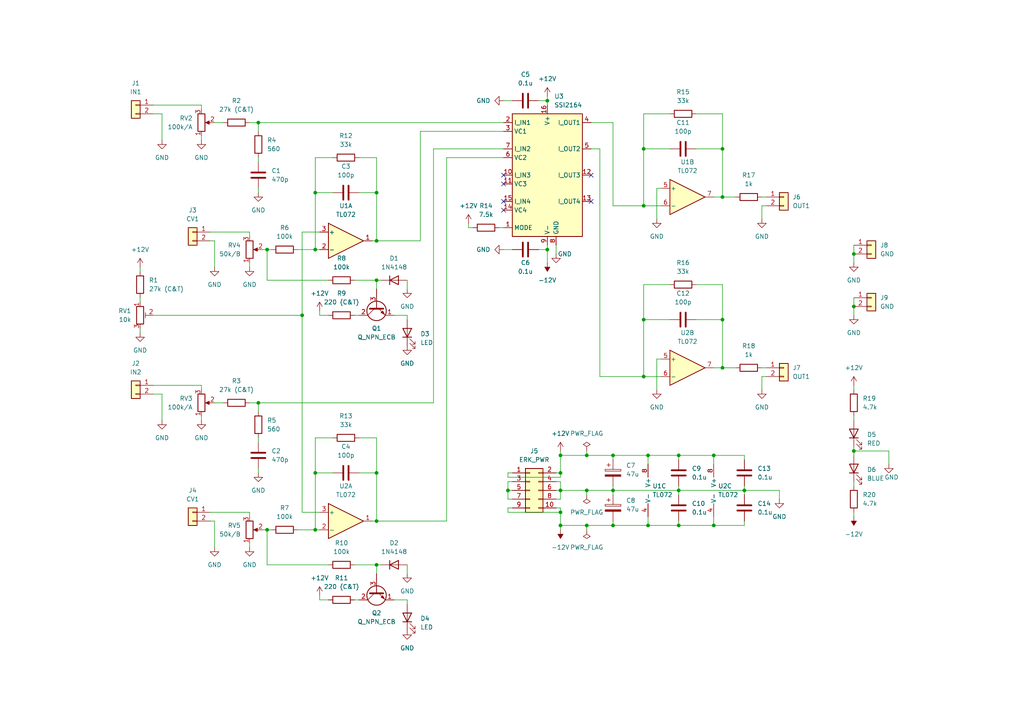
<source format=kicad_sch>
(kicad_sch (version 20211123) (generator eeschema)
  (paper "A4")
  (title_block (title "2164VCA") (date "2022-09-11") (rev "Ver. 1.0") (company "PNPN Manufactory"))
  (lib_symbols
    (symbol "Amplifier_Operational:TL072" (pin_names (offset 0.127))
      (property "Reference" "U" (at 0 5.08 0))
      (property "Value" "TL072" (at 0 -5.08 0))
      (symbol "TL072_1_1"
        (polyline (pts (xy -5.08 5.08) (xy 5.08 0) (xy -5.08 -5.08) (xy -5.08 5.08)) (stroke (width 0.254)) (fill (type background)))
        (pin output line (at 7.62 0 180) (length 2.54) (name "~") (number "1"))
        (pin input line (at -7.62 -2.54 0) (length 2.54) (name "-") (number "2"))
        (pin input line (at -7.62 2.54 0) (length 2.54) (name "+") (number "3"))
      )
      (symbol "TL072_2_1"
        (polyline (pts (xy -5.08 5.08) (xy 5.08 0) (xy -5.08 -5.08) (xy -5.08 5.08)) (stroke (width 0.254)) (fill (type background)))
        (pin input line (at -7.62 2.54 0) (length 2.54) (name "+") (number "5"))
        (pin input line (at -7.62 -2.54 0) (length 2.54) (name "-") (number "6"))
        (pin output line (at 7.62 0 180) (length 2.54) (name "~") (number "7"))
      )
      (symbol "TL072_3_1"
        (pin power_in line (at -2.54 -7.62 90) (length 3.81) (name "V-") (number "4"))
        (pin power_in line (at -2.54 7.62 270) (length 3.81) (name "V+") (number "8"))
      )
    )
    (symbol "Audio:SSI2164"
      (property "Reference" "U" (at -7.62 19.05 0))
      (property "Value" "SSI2164" (at 5.08 19.05 0))
      (symbol "SSI2164_0_1"
        (rectangle (start -10.16 17.78) (end 10.16 -17.78) (stroke (width 0.254)) (fill (type background)))
      )
      (symbol "SSI2164_1_1"
        (pin passive line (at -12.7 -15.24 0) (length 2.54) (name "MODE") (number "1"))
        (pin input line (at -12.7 0 0) (length 2.54) (name "I_IN3") (number "10"))
        (pin passive line (at -12.7 -2.54 0) (length 2.54) (name "VC3") (number "11"))
        (pin output line (at 12.7 0 180) (length 2.54) (name "I_OUT3") (number "12"))
        (pin output line (at 12.7 -7.62 180) (length 2.54) (name "I_OUT4") (number "13"))
        (pin passive line (at -12.7 -10.16 0) (length 2.54) (name "VC4") (number "14"))
        (pin input line (at -12.7 -7.62 0) (length 2.54) (name "I_IN4") (number "15"))
        (pin power_in line (at 0 20.32 270) (length 2.54) (name "V+") (number "16"))
        (pin input line (at -12.7 15.24 0) (length 2.54) (name "I_IN1") (number "2"))
        (pin passive line (at -12.7 12.7 0) (length 2.54) (name "VC1") (number "3"))
        (pin output line (at 12.7 15.24 180) (length 2.54) (name "I_OUT1") (number "4"))
        (pin output line (at 12.7 7.62 180) (length 2.54) (name "I_OUT2") (number "5"))
        (pin passive line (at -12.7 5.08 0) (length 2.54) (name "VC2") (number "6"))
        (pin input line (at -12.7 7.62 0) (length 2.54) (name "I_IN2") (number "7"))
        (pin power_in line (at 2.54 -20.32 90) (length 2.54) (name "GND") (number "8"))
        (pin power_in line (at 0 -20.32 90) (length 2.54) (name "V-") (number "9"))
      )
    )
    (symbol "Connector_Generic:Conn_01x02" (pin_names (offset 1.016) hide)
      (property "Reference" "J" (at 0 2.54 0))
      (property "Value" "Conn_01x02" (at 0 -5.08 0))
      (symbol "Conn_01x02_1_1"
        (rectangle (start -1.27 -2.413) (end 0 -2.667) (stroke (width 0.1524)))
        (rectangle (start -1.27 0.127) (end 0 -0.127) (stroke (width 0.1524)))
        (rectangle (start -1.27 1.27) (end 1.27 -3.81) (stroke (width 0.254)) (fill (type background)))
        (pin passive line (at -5.08 0 0) (length 3.81) (name "Pin_1") (number "1"))
        (pin passive line (at -5.08 -2.54 0) (length 3.81) (name "Pin_2") (number "2"))
      )
    )
    (symbol "Connector_Generic:Conn_02x05_Odd_Even" (pin_names (offset 1.016) hide)
      (property "Reference" "J" (at 1.27 7.62 0))
      (property "Value" "Conn_02x05_Odd_Even" (at 1.27 -7.62 0))
      (symbol "Conn_02x05_Odd_Even_1_1"
        (rectangle (start -1.27 -4.953) (end 0 -5.207) (stroke (width 0.1524)))
        (rectangle (start -1.27 -2.413) (end 0 -2.667) (stroke (width 0.1524)))
        (rectangle (start -1.27 0.127) (end 0 -0.127) (stroke (width 0.1524)))
        (rectangle (start -1.27 2.667) (end 0 2.413) (stroke (width 0.1524)))
        (rectangle (start -1.27 5.207) (end 0 4.953) (stroke (width 0.1524)))
        (rectangle (start -1.27 6.35) (end 3.81 -6.35) (stroke (width 0.254)) (fill (type background)))
        (rectangle (start 3.81 -4.953) (end 2.54 -5.207) (stroke (width 0.1524)))
        (rectangle (start 3.81 -2.413) (end 2.54 -2.667) (stroke (width 0.1524)))
        (rectangle (start 3.81 0.127) (end 2.54 -0.127) (stroke (width 0.1524)))
        (rectangle (start 3.81 2.667) (end 2.54 2.413) (stroke (width 0.1524)))
        (rectangle (start 3.81 5.207) (end 2.54 4.953) (stroke (width 0.1524)))
        (pin passive line (at -5.08 5.08 0) (length 3.81) (name "Pin_1") (number "1"))
        (pin passive line (at 7.62 -5.08 180) (length 3.81) (name "Pin_10") (number "10"))
        (pin passive line (at 7.62 5.08 180) (length 3.81) (name "Pin_2") (number "2"))
        (pin passive line (at -5.08 2.54 0) (length 3.81) (name "Pin_3") (number "3"))
        (pin passive line (at 7.62 2.54 180) (length 3.81) (name "Pin_4") (number "4"))
        (pin passive line (at -5.08 0 0) (length 3.81) (name "Pin_5") (number "5"))
        (pin passive line (at 7.62 0 180) (length 3.81) (name "Pin_6") (number "6"))
        (pin passive line (at -5.08 -2.54 0) (length 3.81) (name "Pin_7") (number "7"))
        (pin passive line (at 7.62 -2.54 180) (length 3.81) (name "Pin_8") (number "8"))
        (pin passive line (at -5.08 -5.08 0) (length 3.81) (name "Pin_9") (number "9"))
      )
    )
    (symbol "Device:C" (pin_numbers hide) (pin_names (offset 0.254))
      (property "Reference" "C" (at 0.635 2.54 0))
      (property "Value" "C" (at 0.635 -2.54 0))
      (symbol "C_0_1"
        (polyline (pts (xy -2.032 -0.762) (xy 2.032 -0.762)) (stroke (width 0.508)))
        (polyline (pts (xy -2.032 0.762) (xy 2.032 0.762)) (stroke (width 0.508)))
      )
      (symbol "C_1_1"
        (pin passive line (at 0 3.81 270) (length 2.794) (name "~") (number "1"))
        (pin passive line (at 0 -3.81 90) (length 2.794) (name "~") (number "2"))
      )
    )
    (symbol "Device:C_Polarized" (pin_numbers hide) (pin_names (offset 0.254))
      (property "Reference" "C" (at 0.635 2.54 0))
      (property "Value" "C_Polarized" (at 0.635 -2.54 0))
      (symbol "C_Polarized_0_1"
        (rectangle (start -2.286 0.508) (end 2.286 1.016))
        (polyline (pts (xy -1.778 2.286) (xy -0.762 2.286)))
        (polyline (pts (xy -1.27 2.794) (xy -1.27 1.778)))
        (rectangle (start 2.286 -0.508) (end -2.286 -1.016) (fill (type outline)))
      )
      (symbol "C_Polarized_1_1"
        (pin passive line (at 0 3.81 270) (length 2.794) (name "~") (number "1"))
        (pin passive line (at 0 -3.81 90) (length 2.794) (name "~") (number "2"))
      )
    )
    (symbol "Device:D" (pin_numbers hide) (pin_names (offset 1.016) hide)
      (property "Reference" "D" (at 0 2.54 0))
      (property "Value" "D" (at 0 -2.54 0))
      (symbol "D_0_1"
        (polyline (pts (xy -1.27 1.27) (xy -1.27 -1.27)) (stroke (width 0.254)))
        (polyline (pts (xy 1.27 0) (xy -1.27 0)))
        (polyline (pts (xy 1.27 1.27) (xy 1.27 -1.27) (xy -1.27 0) (xy 1.27 1.27)) (stroke (width 0.254)))
      )
      (symbol "D_1_1"
        (pin passive line (at -3.81 0 0) (length 2.54) (name "K") (number "1"))
        (pin passive line (at 3.81 0 180) (length 2.54) (name "A") (number "2"))
      )
    )
    (symbol "Device:LED" (pin_numbers hide) (pin_names (offset 1.016) hide)
      (property "Reference" "D" (at 0 2.54 0))
      (property "Value" "LED" (at 0 -2.54 0))
      (symbol "LED_0_1"
        (polyline (pts (xy -1.27 -1.27) (xy -1.27 1.27)) (stroke (width 0.254)))
        (polyline (pts (xy -1.27 0) (xy 1.27 0)))
        (polyline (pts (xy 1.27 -1.27) (xy 1.27 1.27) (xy -1.27 0) (xy 1.27 -1.27)) (stroke (width 0.254)))
        (polyline (pts (xy -3.048 -0.762) (xy -4.572 -2.286) (xy -3.81 -2.286) (xy -4.572 -2.286) (xy -4.572 -1.524)))
        (polyline (pts (xy -1.778 -0.762) (xy -3.302 -2.286) (xy -2.54 -2.286) (xy -3.302 -2.286) (xy -3.302 -1.524)))
      )
      (symbol "LED_1_1"
        (pin passive line (at -3.81 0 0) (length 2.54) (name "K") (number "1"))
        (pin passive line (at 3.81 0 180) (length 2.54) (name "A") (number "2"))
      )
    )
    (symbol "Device:Q_NPN_ECB" (pin_names (offset 0) hide)
      (property "Reference" "Q" (at 5.08 1.27 0))
      (property "Value" "Q_NPN_ECB" (at 5.08 -1.27 0))
      (symbol "Q_NPN_ECB_0_1"
        (polyline (pts (xy 0.635 0.635) (xy 2.54 2.54)))
        (polyline (pts (xy 0.635 -0.635) (xy 2.54 -2.54) (xy 2.54 -2.54)))
        (polyline (pts (xy 0.635 1.905) (xy 0.635 -1.905) (xy 0.635 -1.905)) (stroke (width 0.508)))
        (polyline (pts (xy 1.27 -1.778) (xy 1.778 -1.27) (xy 2.286 -2.286) (xy 1.27 -1.778) (xy 1.27 -1.778)) (fill (type outline)))
        (circle (center 1.27 0) (radius 2.8194) (stroke (width 0.254)))
      )
      (symbol "Q_NPN_ECB_1_1"
        (pin passive line (at 2.54 -5.08 90) (length 2.54) (name "E") (number "1"))
        (pin passive line (at 2.54 5.08 270) (length 2.54) (name "C") (number "2"))
        (pin passive line (at -5.08 0 0) (length 5.715) (name "B") (number "3"))
      )
    )
    (symbol "Device:R" (pin_numbers hide) (pin_names (offset 0))
      (property "Reference" "R" (at 2.032 0 90))
      (property "Value" "R" (at 0 0 90))
      (symbol "R_0_1"
        (rectangle (start -1.016 -2.54) (end 1.016 2.54) (stroke (width 0.254)))
      )
      (symbol "R_1_1"
        (pin passive line (at 0 3.81 270) (length 1.27) (name "~") (number "1"))
        (pin passive line (at 0 -3.81 90) (length 1.27) (name "~") (number "2"))
      )
    )
    (symbol "Device:R_Potentiometer" (pin_names (offset 1.016) hide)
      (property "Reference" "RV" (at -4.445 0 90))
      (property "Value" "R_Potentiometer" (at -2.54 0 90))
      (symbol "R_Potentiometer_0_1"
        (polyline (pts (xy 2.54 0) (xy 1.524 0)))
        (polyline (pts (xy 1.143 0) (xy 2.286 0.508) (xy 2.286 -0.508) (xy 1.143 0)) (fill (type outline)))
        (rectangle (start 1.016 2.54) (end -1.016 -2.54) (stroke (width 0.254)))
      )
      (symbol "R_Potentiometer_1_1"
        (pin passive line (at 0 3.81 270) (length 1.27) (name "1") (number "1"))
        (pin passive line (at 3.81 0 180) (length 1.27) (name "2") (number "2"))
        (pin passive line (at 0 -3.81 90) (length 1.27) (name "3") (number "3"))
      )
    )
    (symbol "Device:R_Potentiometer_Trim" (pin_names (offset 1.016) hide)
      (property "Reference" "RV" (at -4.445 0 90))
      (property "Value" "R_Potentiometer_Trim" (at -2.54 0 90))
      (symbol "R_Potentiometer_Trim_0_1"
        (polyline (pts (xy 1.524 0.762) (xy 1.524 -0.762)))
        (polyline (pts (xy 2.54 0) (xy 1.524 0)))
        (rectangle (start 1.016 2.54) (end -1.016 -2.54) (stroke (width 0.254)))
      )
      (symbol "R_Potentiometer_Trim_1_1"
        (pin passive line (at 0 3.81 270) (length 1.27) (name "1") (number "1"))
        (pin passive line (at 3.81 0 180) (length 1.27) (name "2") (number "2"))
        (pin passive line (at 0 -3.81 90) (length 1.27) (name "3") (number "3"))
      )
    )
    (symbol "power:+12V" (power) (pin_names (offset 0))
      (property "Value" "+12V" (at 0 3.556 0))
      (symbol "+12V_0_1"
        (polyline (pts (xy -0.762 1.27) (xy 0 2.54)))
        (polyline (pts (xy 0 0) (xy 0 2.54)))
        (polyline (pts (xy 0 2.54) (xy 0.762 1.27)))
      )
      (symbol "+12V_1_1"
        (pin power_in line (at 0 0 90) (length 0) hide (name "+12V") (number "1"))
      )
    )
    (symbol "power:-12V" (power) (pin_names (offset 0))
      (property "Value" "-12V" (at 0 3.81 0))
      (symbol "-12V_0_0"
        (pin power_in line (at 0 0 90) (length 0) hide (name "-12V") (number "1"))
      )
      (symbol "-12V_0_1"
        (polyline (pts (xy 0 0) (xy 0 1.27) (xy 0.762 1.27) (xy 0 2.54) (xy -0.762 1.27) (xy 0 1.27)) (fill (type outline)))
      )
    )
    (symbol "power:GND" (power) (pin_names (offset 0))
      (property "Value" "GND" (at 0 -3.81 0))
      (symbol "GND_0_1"
        (polyline (pts (xy 0 0) (xy 0 -1.27) (xy 1.27 -1.27) (xy 0 -2.54) (xy -1.27 -1.27) (xy 0 -1.27)))
      )
      (symbol "GND_1_1"
        (pin power_in line (at 0 0 270) (length 0) hide (name "GND") (number "1"))
      )
    )
    (symbol "power:PWR_FLAG" (power) (pin_numbers hide) (pin_names (offset 0) hide)
      (property "Value" "PWR_FLAG" (at 0 3.81 0))
      (symbol "PWR_FLAG_0_0"
        (pin power_out line (at 0 0 90) (length 0) (name "pwr") (number "1"))
      )
      (symbol "PWR_FLAG_0_1"
        (polyline (pts (xy 0 0) (xy 0 1.27) (xy -1.016 1.905) (xy 0 2.54) (xy 1.016 1.905) (xy 0 1.27)))
      )
    )
  )
  (junction (at 162.56 142.24))
  (junction (at 177.8 132.08))
  (junction (at 170.18 152.4))
  (junction (at 187.96 132.08))
  (junction (at 186.69 43.18))
  (junction (at 209.55 106.68))
  (junction (at 77.47 153.67))
  (junction (at 77.47 72.39))
  (junction (at 177.8 142.24))
  (junction (at 109.22 69.85))
  (junction (at 91.44 137.16))
  (junction (at 74.93 35.56))
  (junction (at 87.63 91.44))
  (junction (at 91.44 72.39))
  (junction (at 196.85 142.24))
  (junction (at 109.22 55.88))
  (junction (at 162.56 152.4))
  (junction (at 187.96 152.4))
  (junction (at 91.44 55.88))
  (junction (at 109.22 137.16))
  (junction (at 196.85 132.08))
  (junction (at 162.56 137.16))
  (junction (at 91.44 153.67))
  (junction (at 170.18 142.24))
  (junction (at 196.85 152.4))
  (junction (at 109.22 163.83))
  (junction (at 247.65 88.9))
  (junction (at 74.93 116.84))
  (junction (at 186.69 59.69))
  (junction (at 147.32 142.24))
  (junction (at 215.9 142.24))
  (junction (at 247.65 73.66))
  (junction (at 186.69 92.71))
  (junction (at 162.56 132.08))
  (junction (at 170.18 132.08))
  (junction (at 177.8 152.4))
  (junction (at 207.01 132.08))
  (junction (at 207.01 152.4))
  (junction (at 158.75 29.21))
  (junction (at 247.65 130.81))
  (junction (at 158.75 72.39))
  (junction (at 209.55 57.15))
  (junction (at 109.22 151.13))
  (junction (at 209.55 92.71))
  (junction (at 186.69 109.22))
  (junction (at 109.22 81.28))
  (junction (at 162.56 148.59))
  (junction (at 209.55 43.18))
  (no_connect (at 146.05 53.34))
  (no_connect (at 146.05 58.42))
  (no_connect (at 146.05 60.96))
  (no_connect (at 146.05 50.8))
  (no_connect (at 171.45 58.42))
  (no_connect (at 171.45 50.8))
  (wire (pts (xy 104.14 137.16) (xy 109.22 137.16)))
  (wire (pts (xy 186.69 92.71) (xy 186.69 82.55)))
  (wire (pts (xy 91.44 137.16) (xy 91.44 153.67)))
  (wire (pts (xy 177.8 151.13) (xy 177.8 152.4)))
  (wire (pts (xy 162.56 152.4) (xy 162.56 153.67)))
  (wire (pts (xy 186.69 59.69) (xy 186.69 43.18)))
  (wire (pts (xy 102.87 81.28) (xy 109.22 81.28)))
  (wire (pts (xy 58.42 120.65) (xy 58.42 121.92)))
  (wire (pts (xy 161.29 71.12) (xy 161.29 73.66)))
  (wire (pts (xy 121.92 69.85) (xy 121.92 38.1)))
  (wire (pts (xy 173.99 109.22) (xy 173.99 43.18)))
  (wire (pts (xy 121.92 38.1) (xy 146.05 38.1)))
  (wire (pts (xy 156.21 72.39) (xy 158.75 72.39)))
  (wire (pts (xy 147.32 138.43) (xy 162.56 138.43)))
  (wire (pts (xy 215.9 132.08) (xy 215.9 133.35)))
  (wire (pts (xy 196.85 152.4) (xy 207.01 152.4)))
  (wire (pts (xy 147.32 137.16) (xy 147.32 138.43)))
  (wire (pts (xy 201.93 33.02) (xy 209.55 33.02)))
  (wire (pts (xy 209.55 82.55) (xy 209.55 92.71)))
  (wire (pts (xy 162.56 148.59) (xy 162.56 147.32)))
  (wire (pts (xy 60.96 148.59) (xy 72.39 148.59)))
  (wire (pts (xy 191.77 59.69) (xy 186.69 59.69)))
  (wire (pts (xy 109.22 163.83) (xy 109.22 166.37)))
  (wire (pts (xy 109.22 81.28) (xy 109.22 83.82)))
  (wire (pts (xy 46.99 121.92) (xy 46.99 114.3)))
  (wire (pts (xy 104.14 45.72) (xy 109.22 45.72)))
  (wire (pts (xy 87.63 67.31) (xy 87.63 91.44)))
  (wire (pts (xy 201.93 43.18) (xy 209.55 43.18)))
  (wire (pts (xy 187.96 152.4) (xy 196.85 152.4)))
  (wire (pts (xy 74.93 116.84) (xy 125.73 116.84)))
  (wire (pts (xy 125.73 116.84) (xy 125.73 43.18)))
  (wire (pts (xy 77.47 163.83) (xy 95.25 163.83)))
  (wire (pts (xy 162.56 132.08) (xy 170.18 132.08)))
  (wire (pts (xy 170.18 142.24) (xy 170.18 143.51)))
  (wire (pts (xy 173.99 43.18) (xy 171.45 43.18)))
  (wire (pts (xy 91.44 153.67) (xy 92.71 153.67)))
  (wire (pts (xy 74.93 54.61) (xy 74.93 55.88)))
  (wire (pts (xy 220.98 57.15) (xy 222.25 57.15)))
  (wire (pts (xy 190.5 104.14) (xy 190.5 113.03)))
  (wire (pts (xy 162.56 142.24) (xy 162.56 144.78)))
  (wire (pts (xy 40.64 86.36) (xy 40.64 87.63)))
  (wire (pts (xy 109.22 137.16) (xy 109.22 151.13)))
  (wire (pts (xy 109.22 45.72) (xy 109.22 55.88)))
  (wire (pts (xy 220.98 109.22) (xy 222.25 109.22)))
  (wire (pts (xy 162.56 142.24) (xy 170.18 142.24)))
  (wire (pts (xy 170.18 142.24) (xy 177.8 142.24)))
  (wire (pts (xy 76.2 153.67) (xy 77.47 153.67)))
  (wire (pts (xy 102.87 173.99) (xy 104.14 173.99)))
  (wire (pts (xy 86.36 153.67) (xy 91.44 153.67)))
  (wire (pts (xy 77.47 153.67) (xy 78.74 153.67)))
  (wire (pts (xy 247.65 88.9) (xy 247.65 91.44)))
  (wire (pts (xy 177.8 140.97) (xy 177.8 142.24)))
  (wire (pts (xy 161.29 139.7) (xy 162.56 139.7)))
  (wire (pts (xy 148.59 137.16) (xy 147.32 137.16)))
  (wire (pts (xy 118.11 163.83) (xy 118.11 166.37)))
  (wire (pts (xy 40.64 77.47) (xy 40.64 78.74)))
  (wire (pts (xy 209.55 92.71) (xy 209.55 106.68)))
  (wire (pts (xy 74.93 135.89) (xy 74.93 137.16)))
  (wire (pts (xy 46.99 40.64) (xy 46.99 33.02)))
  (wire (pts (xy 158.75 72.39) (xy 158.75 76.2)))
  (wire (pts (xy 158.75 27.94) (xy 158.75 29.21)))
  (wire (pts (xy 247.65 130.81) (xy 257.81 130.81)))
  (wire (pts (xy 247.65 129.54) (xy 247.65 130.81)))
  (wire (pts (xy 209.55 106.68) (xy 213.36 106.68)))
  (wire (pts (xy 104.14 127) (xy 109.22 127)))
  (wire (pts (xy 60.96 67.31) (xy 72.39 67.31)))
  (wire (pts (xy 107.95 151.13) (xy 109.22 151.13)))
  (wire (pts (xy 247.65 71.12) (xy 247.65 73.66)))
  (wire (pts (xy 201.93 92.71) (xy 209.55 92.71)))
  (wire (pts (xy 109.22 55.88) (xy 109.22 69.85)))
  (wire (pts (xy 44.45 30.48) (xy 58.42 30.48)))
  (wire (pts (xy 247.65 111.76) (xy 247.65 113.03)))
  (wire (pts (xy 162.56 137.16) (xy 162.56 132.08)))
  (wire (pts (xy 147.32 147.32) (xy 147.32 148.59)))
  (wire (pts (xy 247.65 148.59) (xy 247.65 149.86)))
  (wire (pts (xy 207.01 106.68) (xy 209.55 106.68)))
  (wire (pts (xy 72.39 35.56) (xy 74.93 35.56)))
  (wire (pts (xy 95.25 173.99) (xy 92.71 173.99)))
  (wire (pts (xy 186.69 82.55) (xy 194.31 82.55)))
  (wire (pts (xy 215.9 142.24) (xy 196.85 142.24)))
  (wire (pts (xy 209.55 43.18) (xy 209.55 57.15)))
  (wire (pts (xy 109.22 69.85) (xy 121.92 69.85)))
  (wire (pts (xy 109.22 127) (xy 109.22 137.16)))
  (wire (pts (xy 129.54 151.13) (xy 129.54 45.72)))
  (wire (pts (xy 74.93 35.56) (xy 74.93 38.1)))
  (wire (pts (xy 170.18 130.81) (xy 170.18 132.08)))
  (wire (pts (xy 147.32 148.59) (xy 162.56 148.59)))
  (wire (pts (xy 177.8 152.4) (xy 187.96 152.4)))
  (wire (pts (xy 125.73 43.18) (xy 146.05 43.18)))
  (wire (pts (xy 91.44 72.39) (xy 92.71 72.39)))
  (wire (pts (xy 161.29 147.32) (xy 162.56 147.32)))
  (wire (pts (xy 247.65 120.65) (xy 247.65 121.92)))
  (wire (pts (xy 92.71 67.31) (xy 87.63 67.31)))
  (wire (pts (xy 162.56 130.81) (xy 162.56 132.08)))
  (wire (pts (xy 207.01 149.86) (xy 207.01 152.4)))
  (wire (pts (xy 87.63 91.44) (xy 87.63 148.59)))
  (wire (pts (xy 62.23 69.85) (xy 62.23 77.47)))
  (wire (pts (xy 72.39 76.2) (xy 72.39 77.47)))
  (wire (pts (xy 62.23 116.84) (xy 64.77 116.84)))
  (wire (pts (xy 207.01 152.4) (xy 215.9 152.4)))
  (wire (pts (xy 170.18 152.4) (xy 170.18 153.67)))
  (wire (pts (xy 95.25 91.44) (xy 92.71 91.44)))
  (wire (pts (xy 196.85 132.08) (xy 207.01 132.08)))
  (wire (pts (xy 170.18 152.4) (xy 177.8 152.4)))
  (wire (pts (xy 186.69 43.18) (xy 194.31 43.18)))
  (wire (pts (xy 207.01 132.08) (xy 207.01 134.62)))
  (wire (pts (xy 77.47 72.39) (xy 77.47 81.28)))
  (wire (pts (xy 44.45 33.02) (xy 46.99 33.02)))
  (wire (pts (xy 44.45 91.44) (xy 87.63 91.44)))
  (wire (pts (xy 58.42 111.76) (xy 58.42 113.03)))
  (wire (pts (xy 96.52 127) (xy 91.44 127)))
  (wire (pts (xy 201.93 82.55) (xy 209.55 82.55)))
  (wire (pts (xy 135.89 64.77) (xy 135.89 66.04)))
  (wire (pts (xy 186.69 43.18) (xy 186.69 33.02)))
  (wire (pts (xy 114.3 91.44) (xy 118.11 91.44)))
  (wire (pts (xy 74.93 116.84) (xy 74.93 119.38)))
  (wire (pts (xy 118.11 81.28) (xy 118.11 83.82)))
  (wire (pts (xy 40.64 95.25) (xy 40.64 96.52)))
  (wire (pts (xy 257.81 130.81) (xy 257.81 134.62)))
  (wire (pts (xy 60.96 69.85) (xy 62.23 69.85)))
  (wire (pts (xy 220.98 63.5) (xy 220.98 59.69)))
  (wire (pts (xy 191.77 54.61) (xy 190.5 54.61)))
  (wire (pts (xy 220.98 59.69) (xy 222.25 59.69)))
  (wire (pts (xy 177.8 59.69) (xy 186.69 59.69)))
  (wire (pts (xy 247.65 130.81) (xy 247.65 132.08)))
  (wire (pts (xy 147.32 142.24) (xy 148.59 142.24)))
  (wire (pts (xy 156.21 29.21) (xy 158.75 29.21)))
  (wire (pts (xy 77.47 153.67) (xy 77.47 163.83)))
  (wire (pts (xy 207.01 57.15) (xy 209.55 57.15)))
  (wire (pts (xy 74.93 127) (xy 74.93 128.27)))
  (wire (pts (xy 92.71 148.59) (xy 87.63 148.59)))
  (wire (pts (xy 162.56 152.4) (xy 170.18 152.4)))
  (wire (pts (xy 74.93 35.56) (xy 146.05 35.56)))
  (wire (pts (xy 72.39 67.31) (xy 72.39 68.58)))
  (wire (pts (xy 162.56 148.59) (xy 162.56 152.4)))
  (wire (pts (xy 161.29 137.16) (xy 162.56 137.16)))
  (wire (pts (xy 129.54 45.72) (xy 146.05 45.72)))
  (wire (pts (xy 72.39 157.48) (xy 72.39 158.75)))
  (wire (pts (xy 186.69 109.22) (xy 173.99 109.22)))
  (wire (pts (xy 226.06 142.24) (xy 226.06 144.78)))
  (wire (pts (xy 209.55 57.15) (xy 213.36 57.15)))
  (wire (pts (xy 144.78 66.04) (xy 146.05 66.04)))
  (wire (pts (xy 96.52 55.88) (xy 91.44 55.88)))
  (wire (pts (xy 72.39 148.59) (xy 72.39 149.86)))
  (wire (pts (xy 104.14 55.88) (xy 109.22 55.88)))
  (wire (pts (xy 146.05 29.21) (xy 148.59 29.21)))
  (wire (pts (xy 109.22 151.13) (xy 129.54 151.13)))
  (wire (pts (xy 58.42 39.37) (xy 58.42 40.64)))
  (wire (pts (xy 96.52 137.16) (xy 91.44 137.16)))
  (wire (pts (xy 76.2 72.39) (xy 77.47 72.39)))
  (wire (pts (xy 170.18 132.08) (xy 177.8 132.08)))
  (wire (pts (xy 60.96 151.13) (xy 62.23 151.13)))
  (wire (pts (xy 96.52 45.72) (xy 91.44 45.72)))
  (wire (pts (xy 77.47 81.28) (xy 95.25 81.28)))
  (wire (pts (xy 118.11 173.99) (xy 118.11 175.26)))
  (wire (pts (xy 220.98 106.68) (xy 222.25 106.68)))
  (wire (pts (xy 137.16 66.04) (xy 135.89 66.04)))
  (wire (pts (xy 196.85 132.08) (xy 196.85 133.35)))
  (wire (pts (xy 186.69 109.22) (xy 186.69 92.71)))
  (wire (pts (xy 196.85 142.24) (xy 177.8 142.24)))
  (wire (pts (xy 44.45 111.76) (xy 58.42 111.76)))
  (wire (pts (xy 109.22 163.83) (xy 110.49 163.83)))
  (wire (pts (xy 177.8 142.24) (xy 177.8 143.51)))
  (wire (pts (xy 247.65 73.66) (xy 247.65 76.2)))
  (wire (pts (xy 220.98 113.03) (xy 220.98 109.22)))
  (wire (pts (xy 161.29 144.78) (xy 162.56 144.78)))
  (wire (pts (xy 247.65 139.7) (xy 247.65 140.97)))
  (wire (pts (xy 74.93 45.72) (xy 74.93 46.99)))
  (wire (pts (xy 162.56 138.43) (xy 162.56 137.16)))
  (wire (pts (xy 186.69 92.71) (xy 194.31 92.71)))
  (wire (pts (xy 92.71 172.72) (xy 92.71 173.99)))
  (wire (pts (xy 187.96 132.08) (xy 187.96 134.62)))
  (wire (pts (xy 190.5 54.61) (xy 190.5 63.5)))
  (wire (pts (xy 191.77 104.14) (xy 190.5 104.14)))
  (wire (pts (xy 102.87 91.44) (xy 104.14 91.44)))
  (wire (pts (xy 171.45 35.56) (xy 177.8 35.56)))
  (wire (pts (xy 161.29 142.24) (xy 162.56 142.24)))
  (wire (pts (xy 91.44 55.88) (xy 91.44 72.39)))
  (wire (pts (xy 207.01 132.08) (xy 215.9 132.08)))
  (wire (pts (xy 62.23 151.13) (xy 62.23 158.75)))
  (wire (pts (xy 196.85 142.24) (xy 196.85 143.51)))
  (wire (pts (xy 215.9 142.24) (xy 226.06 142.24)))
  (wire (pts (xy 147.32 142.24) (xy 147.32 144.78)))
  (wire (pts (xy 148.59 139.7) (xy 147.32 139.7)))
  (wire (pts (xy 107.95 69.85) (xy 109.22 69.85)))
  (wire (pts (xy 77.47 72.39) (xy 78.74 72.39)))
  (wire (pts (xy 86.36 72.39) (xy 91.44 72.39)))
  (wire (pts (xy 158.75 71.12) (xy 158.75 72.39)))
  (wire (pts (xy 102.87 163.83) (xy 109.22 163.83)))
  (wire (pts (xy 191.77 109.22) (xy 186.69 109.22)))
  (wire (pts (xy 186.69 33.02) (xy 194.31 33.02)))
  (wire (pts (xy 147.32 139.7) (xy 147.32 142.24)))
  (wire (pts (xy 215.9 151.13) (xy 215.9 152.4)))
  (wire (pts (xy 148.59 147.32) (xy 147.32 147.32)))
  (wire (pts (xy 147.32 144.78) (xy 148.59 144.78)))
  (wire (pts (xy 177.8 132.08) (xy 177.8 133.35)))
  (wire (pts (xy 146.05 72.39) (xy 148.59 72.39)))
  (wire (pts (xy 109.22 81.28) (xy 110.49 81.28)))
  (wire (pts (xy 72.39 116.84) (xy 74.93 116.84)))
  (wire (pts (xy 114.3 173.99) (xy 118.11 173.99)))
  (wire (pts (xy 177.8 132.08) (xy 187.96 132.08)))
  (wire (pts (xy 209.55 33.02) (xy 209.55 43.18)))
  (wire (pts (xy 247.65 86.36) (xy 247.65 88.9)))
  (wire (pts (xy 215.9 142.24) (xy 215.9 143.51)))
  (wire (pts (xy 177.8 35.56) (xy 177.8 59.69)))
  (wire (pts (xy 196.85 140.97) (xy 196.85 142.24)))
  (wire (pts (xy 215.9 140.97) (xy 215.9 142.24)))
  (wire (pts (xy 187.96 132.08) (xy 196.85 132.08)))
  (wire (pts (xy 91.44 127) (xy 91.44 137.16)))
  (wire (pts (xy 158.75 29.21) (xy 158.75 30.48)))
  (wire (pts (xy 196.85 151.13) (xy 196.85 152.4)))
  (wire (pts (xy 91.44 45.72) (xy 91.44 55.88)))
  (wire (pts (xy 44.45 114.3) (xy 46.99 114.3)))
  (wire (pts (xy 92.71 90.17) (xy 92.71 91.44)))
  (wire (pts (xy 118.11 91.44) (xy 118.11 92.71)))
  (wire (pts (xy 58.42 30.48) (xy 58.42 31.75)))
  (wire (pts (xy 187.96 149.86) (xy 187.96 152.4)))
  (wire (pts (xy 62.23 35.56) (xy 64.77 35.56)))
  (wire (pts (xy 162.56 139.7) (xy 162.56 142.24)))
  (symbol (lib_id "Device:R") (at 140.97 66.04 90) (unit 1)
    (property "Reference" "R14" (at 140.97 59.69 90))
    (property "Value" "7.5k" (at 140.97 62.23 90))
    (property "Footprint" "Resistor_THT:R_Axial_DIN0207_L6.3mm_D2.5mm_P10.16mm_Horizontal" (effects hide))
  )
  (symbol (lib_id "Device:LED") (at 118.11 179.07 90) (unit 1)
    (property "Reference" "D4" (at 121.92 179.3874 90) (effects (justify right)))
    (property "Value" "LED" (at 121.92 181.9274 90) (effects (justify right)))
  )
  (symbol (lib_id "Connector_Generic:Conn_01x02") (at 39.37 30.48 0) (mirror y) (unit 1)
    (property "Reference" "J1" (at 39.37 24.13 0))
    (property "Value" "IN1" (at 39.37 26.67 0))
  )
  (symbol (lib_id "power:+12V") (at 40.64 77.47 0) (unit 1)
    (property "Reference" "#PWR01" (effects hide))
    (property "Value" "+12V" (at 40.64 72.39 0))
  )
  (symbol (lib_id "Device:D") (at 114.3 81.28 0) (unit 1)
    (property "Reference" "D1" (at 114.3 74.93 0))
    (property "Value" "1N4148" (at 114.3 77.47 0))
    (property "Footprint" "Diode_THT:D_DO-34_SOD68_P10.16mm_Horizontal" (effects hide))
  )
  (symbol (lib_id "Device:R") (at 68.58 35.56 90) (unit 1)
    (property "Reference" "R2" (at 68.58 29.21 90))
    (property "Value" "27k (C&T)" (at 68.58 31.75 90))
    (property "Footprint" "Resistor_THT:R_Axial_DIN0207_L6.3mm_D2.5mm_P10.16mm_Horizontal" (effects hide))
  )
  (symbol (lib_id "Connector_Generic:Conn_01x02") (at 252.73 86.36 0) (unit 1)
    (property "Reference" "J9" (at 255.27 86.3599 0) (effects (justify left)))
    (property "Value" "GND" (at 255.27 88.8999 0) (effects (justify left)))
    (property "Footprint" "Connector_PinHeader_2.54mm:PinHeader_1x02_P2.54mm_Vertical" (effects hide))
  )
  (symbol (lib_id "Device:R") (at 198.12 82.55 90) (unit 1)
    (property "Reference" "R16" (at 198.12 76.2 90))
    (property "Value" "33k" (at 198.12 78.74 90))
    (property "Footprint" "Resistor_THT:R_Axial_DIN0207_L6.3mm_D2.5mm_P10.16mm_Horizontal" (effects hide))
  )
  (symbol (lib_id "Device:R") (at 247.65 116.84 0) (unit 1)
    (property "Reference" "R19" (at 250.19 115.5699 0) (effects (justify left)))
    (property "Value" "4.7k" (at 250.19 118.1099 0) (effects (justify left)))
    (property "Footprint" "Resistor_THT:R_Axial_DIN0207_L6.3mm_D2.5mm_P10.16mm_Horizontal" (effects hide))
  )
  (symbol (lib_id "power:PWR_FLAG") (at 170.18 130.81 0) (unit 1)
    (property "Reference" "#FLG01" (effects hide))
    (property "Value" "PWR_FLAG" (at 170.18 125.73 0))
  )
  (symbol (lib_id "power:GND") (at 220.98 113.03 0) (unit 1)
    (property "Reference" "#PWR030" (effects hide))
    (property "Value" "GND" (at 220.98 118.11 0))
  )
  (symbol (lib_id "Amplifier_Operational:TL072") (at 199.39 106.68 0) (unit 2)
    (property "Reference" "U2" (at 199.39 96.52 0))
    (property "Value" "TL072" (at 199.39 99.06 0))
    (property "Datasheet" "http://www.ti.com/lit/ds/symlink/tl071.pdf" (effects hide))
  )
  (symbol (lib_id "power:GND") (at 118.11 182.88 0) (unit 1)
    (property "Reference" "#PWR018" (effects hide))
    (property "Value" "GND" (at 118.11 187.96 0))
  )
  (symbol (lib_id "Device:R_Potentiometer") (at 58.42 35.56 0) (mirror x) (unit 1)
    (property "Reference" "RV2" (at 55.88 34.2899 0) (effects (justify right)))
    (property "Value" "100k/A" (at 55.88 36.8299 0) (effects (justify right)))
  )
  (symbol (lib_id "power:GND") (at 40.64 96.52 0) (unit 1)
    (property "Reference" "#PWR02" (effects hide))
    (property "Value" "GND" (at 40.64 101.6 0))
  )
  (symbol (lib_id "Device:R") (at 217.17 57.15 90) (unit 1)
    (property "Reference" "R17" (at 217.17 50.8 90))
    (property "Value" "1k" (at 217.17 53.34 90))
    (property "Footprint" "Resistor_THT:R_Axial_DIN0207_L6.3mm_D2.5mm_P10.16mm_Horizontal" (effects hide))
  )
  (symbol (lib_id "Device:R") (at 198.12 33.02 90) (unit 1)
    (property "Reference" "R15" (at 198.12 26.67 90))
    (property "Value" "33k" (at 198.12 29.21 90))
    (property "Footprint" "Resistor_THT:R_Axial_DIN0207_L6.3mm_D2.5mm_P10.16mm_Horizontal" (effects hide))
  )
  (symbol (lib_id "power:GND") (at 72.39 77.47 0) (unit 1)
    (property "Reference" "#PWR09" (effects hide))
    (property "Value" "GND" (at 72.39 82.55 0))
  )
  (symbol (lib_id "power:GND") (at 72.39 158.75 0) (unit 1)
    (property "Reference" "#PWR010" (effects hide))
    (property "Value" "GND" (at 72.39 163.83 0))
  )
  (symbol (lib_id "Device:R_Potentiometer") (at 72.39 72.39 0) (mirror x) (unit 1)
    (property "Reference" "RV4" (at 69.85 71.1199 0) (effects (justify right)))
    (property "Value" "50k/B" (at 69.85 73.6599 0) (effects (justify right)))
  )
  (symbol (lib_id "Device:R_Potentiometer") (at 72.39 153.67 0) (mirror x) (unit 1)
    (property "Reference" "RV5" (at 69.85 152.3999 0) (effects (justify right)))
    (property "Value" "50k/B" (at 69.85 154.9399 0) (effects (justify right)))
  )
  (symbol (lib_id "power:GND") (at 118.11 83.82 0) (unit 1)
    (property "Reference" "#PWR015" (effects hide))
    (property "Value" "GND" (at 118.11 88.9 0))
  )
  (symbol (lib_id "Device:C") (at 74.93 132.08 0) (unit 1)
    (property "Reference" "C2" (at 78.74 130.8099 0) (effects (justify left)))
    (property "Value" "470p" (at 78.74 133.3499 0) (effects (justify left)))
    (property "Footprint" "Capacitor_THT:C_Rect_L7.0mm_W2.5mm_P5.00mm" (effects hide))
  )
  (symbol (lib_id "Amplifier_Operational:TL072") (at 100.33 151.13 0) (unit 1)
    (property "Reference" "U2" (at 100.33 140.97 0))
    (property "Value" "TL072" (at 100.33 143.51 0))
    (property "Datasheet" "http://www.ti.com/lit/ds/symlink/tl071.pdf" (effects hide))
  )
  (symbol (lib_id "power:-12V") (at 247.65 149.86 180) (unit 1)
    (property "Reference" "#PWR035" (effects hide))
    (property "Value" "-12V" (at 247.65 154.94 0))
  )
  (symbol (lib_id "power:GND") (at 118.11 166.37 0) (unit 1)
    (property "Reference" "#PWR017" (effects hide))
    (property "Value" "GND" (at 118.11 171.45 0))
  )
  (symbol (lib_id "power:PWR_FLAG") (at 170.18 143.51 180) (unit 1)
    (property "Reference" "#FLG02" (effects hide))
    (property "Value" "PWR_FLAG" (at 170.18 148.59 0))
  )
  (symbol (lib_id "power:GND") (at 247.65 91.44 0) (unit 1)
    (property "Reference" "#PWR033" (effects hide))
    (property "Value" "GND" (at 247.65 96.52 0))
  )
  (symbol (lib_id "Connector_Generic:Conn_01x02") (at 227.33 57.15 0) (unit 1)
    (property "Reference" "J6" (at 229.87 57.1499 0) (effects (justify left)))
    (property "Value" "OUT1" (at 229.87 59.6899 0) (effects (justify left)))
  )
  (symbol (lib_id "Connector_Generic:Conn_01x02") (at 55.88 67.31 0) (mirror y) (unit 1)
    (property "Reference" "J3" (at 55.88 60.96 0))
    (property "Value" "CV1" (at 55.88 63.5 0))
  )
  (symbol (lib_id "power:GND") (at 146.05 72.39 270) (unit 1)
    (property "Reference" "#PWR021" (effects hide))
    (property "Value" "GND" (at 142.24 72.3899 90) (effects (justify right)))
  )
  (symbol (lib_id "power:GND") (at 118.11 100.33 0) (unit 1)
    (property "Reference" "#PWR016" (effects hide))
    (property "Value" "GND" (at 118.11 105.41 0))
  )
  (symbol (lib_id "Device:Q_NPN_ECB") (at 109.22 171.45 90) (mirror x) (unit 1)
    (property "Reference" "Q2" (at 109.22 177.8 90))
    (property "Value" "Q_NPN_ECB" (at 109.22 180.34 90))
  )
  (symbol (lib_id "Amplifier_Operational:TL072") (at 199.39 57.15 0) (unit 2)
    (property "Reference" "U1" (at 199.39 46.99 0))
    (property "Value" "TL072" (at 199.39 49.53 0))
    (property "Datasheet" "http://www.ti.com/lit/ds/symlink/tl071.pdf" (effects hide))
  )
  (symbol (lib_id "Device:R_Potentiometer") (at 58.42 116.84 0) (mirror x) (unit 1)
    (property "Reference" "RV3" (at 55.88 115.5699 0) (effects (justify right)))
    (property "Value" "100k/A" (at 55.88 118.1099 0) (effects (justify right)))
  )
  (symbol (lib_id "Device:C") (at 74.93 50.8 0) (unit 1)
    (property "Reference" "C1" (at 78.74 49.5299 0) (effects (justify left)))
    (property "Value" "470p" (at 78.74 52.0699 0) (effects (justify left)))
    (property "Footprint" "Capacitor_THT:C_Rect_L7.0mm_W2.5mm_P5.00mm" (effects hide))
  )
  (symbol (lib_id "power:GND") (at 161.29 73.66 0) (unit 1)
    (property "Reference" "#PWR024" (effects hide))
    (property "Value" "GND" (at 163.83 73.66 0))
  )
  (symbol (lib_id "power:GND") (at 46.99 40.64 0) (unit 1)
    (property "Reference" "#PWR03" (effects hide))
    (property "Value" "GND" (at 46.99 45.72 0))
  )
  (symbol (lib_id "Device:LED") (at 118.11 96.52 90) (unit 1)
    (property "Reference" "D3" (at 121.92 96.8374 90) (effects (justify right)))
    (property "Value" "LED" (at 121.92 99.3774 90) (effects (justify right)))
  )
  (symbol (lib_id "Device:R") (at 99.06 163.83 90) (unit 1)
    (property "Reference" "R10" (at 99.06 157.48 90))
    (property "Value" "100k" (at 99.06 160.02 90))
    (property "Footprint" "Resistor_THT:R_Axial_DIN0207_L6.3mm_D2.5mm_P10.16mm_Horizontal" (effects hide))
  )
  (symbol (lib_id "Device:Q_NPN_ECB") (at 109.22 88.9 90) (mirror x) (unit 1)
    (property "Reference" "Q1" (at 109.22 95.25 90))
    (property "Value" "Q_NPN_ECB" (at 109.22 97.79 90))
  )
  (symbol (lib_id "Audio:SSI2164") (at 158.75 50.8 0) (unit 1)
    (property "Reference" "U3" (at 160.7694 27.94 0) (effects (justify left)))
    (property "Value" "SSI2164" (at 160.7694 30.48 0) (effects (justify left)))
    (property "Footprint" "Package_SO:SOIC-16_3.9x9.9mm_P1.27mm" (effects hide))
    (property "Datasheet" "http://www.soundsemiconductor.com/downloads/ssi2164datasheet.pdf" (effects hide))
  )
  (symbol (lib_id "Connector_Generic:Conn_01x02") (at 227.33 106.68 0) (unit 1)
    (property "Reference" "J7" (at 229.87 106.6799 0) (effects (justify left)))
    (property "Value" "OUT1" (at 229.87 109.2199 0) (effects (justify left)))
  )
  (symbol (lib_id "power:GND") (at 247.65 76.2 0) (unit 1)
    (property "Reference" "#PWR032" (effects hide))
    (property "Value" "GND" (at 247.65 81.28 0))
  )
  (symbol (lib_id "power:GND") (at 74.93 137.16 0) (unit 1)
    (property "Reference" "#PWR012" (effects hide))
    (property "Value" "GND" (at 74.93 142.24 0))
  )
  (symbol (lib_id "power:+12V") (at 247.65 111.76 0) (unit 1)
    (property "Reference" "#PWR034" (effects hide))
    (property "Value" "+12V" (at 247.65 106.68 0))
  )
  (symbol (lib_id "Device:C") (at 100.33 55.88 90) (unit 1)
    (property "Reference" "C3" (at 100.33 48.26 90))
    (property "Value" "100p" (at 100.33 50.8 90))
    (property "Footprint" "Capacitor_THT:C_Rect_L7.0mm_W3.5mm_P5.00mm" (effects hide))
  )
  (symbol (lib_id "Device:R") (at 99.06 173.99 90) (unit 1)
    (property "Reference" "R11" (at 99.06 167.64 90))
    (property "Value" "220 (C&T)" (at 99.06 170.18 90))
    (property "Footprint" "Resistor_THT:R_Axial_DIN0207_L6.3mm_D2.5mm_P10.16mm_Horizontal" (effects hide))
  )
  (symbol (lib_id "Connector_Generic:Conn_01x02") (at 39.37 111.76 0) (mirror y) (unit 1)
    (property "Reference" "J2" (at 39.37 105.41 0))
    (property "Value" "IN2" (at 39.37 107.95 0))
  )
  (symbol (lib_id "power:+12V") (at 92.71 90.17 0) (unit 1)
    (property "Reference" "#PWR013" (effects hide))
    (property "Value" "+12V" (at 92.71 85.09 0))
  )
  (symbol (lib_id "power:GND") (at 190.5 113.03 0) (unit 1)
    (property "Reference" "#PWR028" (effects hide))
    (property "Value" "GND" (at 190.5 118.11 0))
  )
  (symbol (lib_id "Amplifier_Operational:TL072") (at 190.5 142.24 0) (unit 3)
    (property "Reference" "U1" (at 189.23 140.9699 0) (effects (justify left)))
    (property "Value" "TL072" (at 189.23 143.5099 0) (effects (justify left)))
    (property "Datasheet" "http://www.ti.com/lit/ds/symlink/tl071.pdf" (effects hide))
  )
  (symbol (lib_id "Device:R") (at 40.64 82.55 0) (mirror y) (unit 1)
    (property "Reference" "R1" (at 43.18 81.2799 0) (effects (justify right)))
    (property "Value" "27k (C&T)" (at 43.18 83.8199 0) (effects (justify right)))
    (property "Footprint" "Resistor_THT:R_Axial_DIN0207_L6.3mm_D2.5mm_P10.16mm_Horizontal" (effects hide))
  )
  (symbol (lib_id "Device:R") (at 74.93 123.19 180) (unit 1)
    (property "Reference" "R5" (at 77.47 121.9199 0) (effects (justify right)))
    (property "Value" "560" (at 77.47 124.4599 0) (effects (justify right)))
    (property "Footprint" "Resistor_THT:R_Axial_DIN0207_L6.3mm_D2.5mm_P10.16mm_Horizontal" (effects hide))
  )
  (symbol (lib_id "power:GND") (at 46.99 121.92 0) (unit 1)
    (property "Reference" "#PWR04" (effects hide))
    (property "Value" "GND" (at 46.99 127 0))
  )
  (symbol (lib_id "power:-12V") (at 158.75 76.2 180) (unit 1)
    (property "Reference" "#PWR023" (effects hide))
    (property "Value" "-12V" (at 158.75 81.28 0))
  )
  (symbol (lib_id "power:PWR_FLAG") (at 170.18 153.67 180) (unit 1)
    (property "Reference" "#FLG03" (effects hide))
    (property "Value" "PWR_FLAG" (at 170.18 158.75 0))
  )
  (symbol (lib_id "Connector_Generic:Conn_02x05_Odd_Even") (at 153.67 142.24 0) (unit 1)
    (property "Reference" "J5" (at 154.94 130.81 0))
    (property "Value" "ERK_PWR" (at 154.94 133.35 0))
    (property "Footprint" "Connector_IDC:IDC-Header_2x05_P2.54mm_Vertical" (effects hide))
  )
  (symbol (lib_id "Connector_Generic:Conn_01x02") (at 55.88 148.59 0) (mirror y) (unit 1)
    (property "Reference" "J4" (at 55.88 142.24 0))
    (property "Value" "CV1" (at 55.88 144.78 0))
  )
  (symbol (lib_id "Device:R") (at 82.55 153.67 270) (unit 1)
    (property "Reference" "R7" (at 82.55 147.32 90))
    (property "Value" "100k" (at 82.55 149.86 90))
    (property "Footprint" "Resistor_THT:R_Axial_DIN0207_L6.3mm_D2.5mm_P10.16mm_Horizontal" (effects hide))
  )
  (symbol (lib_id "Device:R") (at 247.65 144.78 0) (unit 1)
    (property "Reference" "R20" (at 250.19 143.5099 0) (effects (justify left)))
    (property "Value" "4.7k" (at 250.19 146.0499 0) (effects (justify left)))
    (property "Footprint" "Resistor_THT:R_Axial_DIN0207_L6.3mm_D2.5mm_P10.16mm_Horizontal" (effects hide))
  )
  (symbol (lib_id "Amplifier_Operational:TL072") (at 209.55 142.24 0) (unit 3)
    (property "Reference" "U2" (at 208.28 140.9699 0) (effects (justify left)))
    (property "Value" "TL072" (at 208.28 143.5099 0) (effects (justify left)))
    (property "Datasheet" "http://www.ti.com/lit/ds/symlink/tl071.pdf" (effects hide))
  )
  (symbol (lib_id "Device:R") (at 82.55 72.39 270) (unit 1)
    (property "Reference" "R6" (at 82.55 66.04 90))
    (property "Value" "100k" (at 82.55 68.58 90))
    (property "Footprint" "Resistor_THT:R_Axial_DIN0207_L6.3mm_D2.5mm_P10.16mm_Horizontal" (effects hide))
  )
  (symbol (lib_id "power:GND") (at 62.23 77.47 0) (unit 1)
    (property "Reference" "#PWR07" (effects hide))
    (property "Value" "GND" (at 62.23 82.55 0))
  )
  (symbol (lib_id "power:+12V") (at 135.89 64.77 0) (unit 1)
    (property "Reference" "#PWR019" (effects hide))
    (property "Value" "+12V" (at 135.89 59.69 0))
  )
  (symbol (lib_id "power:GND") (at 74.93 55.88 0) (unit 1)
    (property "Reference" "#PWR011" (effects hide))
    (property "Value" "GND" (at 74.93 60.96 0))
  )
  (symbol (lib_id "power:GND") (at 58.42 40.64 0) (unit 1)
    (property "Reference" "#PWR05" (effects hide))
    (property "Value" "GND" (at 58.42 45.72 0))
  )
  (symbol (lib_id "Connector_Generic:Conn_01x02") (at 252.73 71.12 0) (unit 1)
    (property "Reference" "J8" (at 255.27 71.1199 0) (effects (justify left)))
    (property "Value" "GND" (at 255.27 73.6599 0) (effects (justify left)))
    (property "Footprint" "Connector_PinHeader_2.54mm:PinHeader_1x02_P2.54mm_Vertical" (effects hide))
  )
  (symbol (lib_id "Device:D") (at 114.3 163.83 0) (unit 1)
    (property "Reference" "D2" (at 114.3 157.48 0))
    (property "Value" "1N4148" (at 114.3 160.02 0))
    (property "Footprint" "Diode_THT:D_DO-34_SOD68_P10.16mm_Horizontal" (effects hide))
  )
  (symbol (lib_id "Device:C") (at 198.12 92.71 90) (unit 1)
    (property "Reference" "C12" (at 198.12 85.09 90))
    (property "Value" "100p" (at 198.12 87.63 90))
    (property "Footprint" "Capacitor_THT:C_Rect_L7.0mm_W3.5mm_P5.00mm" (effects hide))
  )
  (symbol (lib_id "Device:C") (at 152.4 29.21 90) (unit 1)
    (property "Reference" "C5" (at 152.4 21.59 90))
    (property "Value" "0.1u" (at 152.4 24.13 90))
    (property "Footprint" "Capacitor_THT:C_Disc_D3.0mm_W1.6mm_P2.50mm" (effects hide))
  )
  (symbol (lib_id "Device:C") (at 100.33 137.16 90) (unit 1)
    (property "Reference" "C4" (at 100.33 129.54 90))
    (property "Value" "100p" (at 100.33 132.08 90))
    (property "Footprint" "Capacitor_THT:C_Rect_L7.0mm_W3.5mm_P5.00mm" (effects hide))
  )
  (symbol (lib_id "power:-12V") (at 162.56 153.67 180) (unit 1)
    (property "Reference" "#PWR026" (effects hide))
    (property "Value" "-12V" (at 162.56 158.75 0))
  )
  (symbol (lib_id "power:+12V") (at 158.75 27.94 0) (unit 1)
    (property "Reference" "#PWR022" (effects hide))
    (property "Value" "+12V" (at 158.75 22.86 0))
  )
  (symbol (lib_id "Device:C") (at 215.9 147.32 0) (unit 1)
    (property "Reference" "C14" (at 219.71 146.0499 0) (effects (justify left)))
    (property "Value" "0.1u" (at 219.71 148.5899 0) (effects (justify left)))
    (property "Footprint" "Capacitor_THT:C_Disc_D3.0mm_W1.6mm_P2.50mm" (effects hide))
  )
  (symbol (lib_id "power:GND") (at 62.23 158.75 0) (unit 1)
    (property "Reference" "#PWR08" (effects hide))
    (property "Value" "GND" (at 62.23 163.83 0))
  )
  (symbol (lib_id "Device:C") (at 215.9 137.16 0) (unit 1)
    (property "Reference" "C13" (at 219.71 135.8899 0) (effects (justify left)))
    (property "Value" "0.1u" (at 219.71 138.4299 0) (effects (justify left)))
    (property "Footprint" "Capacitor_THT:C_Disc_D3.0mm_W1.6mm_P2.50mm" (effects hide))
  )
  (symbol (lib_id "Device:R") (at 74.93 41.91 180) (unit 1)
    (property "Reference" "R4" (at 77.47 40.6399 0) (effects (justify right)))
    (property "Value" "560" (at 77.47 43.1799 0) (effects (justify right)))
    (property "Footprint" "Resistor_THT:R_Axial_DIN0207_L6.3mm_D2.5mm_P10.16mm_Horizontal" (effects hide))
  )
  (symbol (lib_id "Device:C") (at 152.4 72.39 90) (unit 1)
    (property "Reference" "C6" (at 152.4 76.2 90))
    (property "Value" "0.1u" (at 152.4 78.74 90))
    (property "Footprint" "Capacitor_THT:C_Disc_D3.0mm_W1.6mm_P2.50mm" (effects hide))
  )
  (symbol (lib_id "Device:C_Polarized") (at 177.8 137.16 0) (unit 1)
    (property "Reference" "C7" (at 181.61 135.0009 0) (effects (justify left)))
    (property "Value" "47u" (at 181.61 137.5409 0) (effects (justify left)))
    (property "Footprint" "Capacitor_THT:CP_Radial_D5.0mm_P2.50mm" (effects hide))
  )
  (symbol (lib_id "Device:C_Polarized") (at 177.8 147.32 0) (unit 1)
    (property "Reference" "C8" (at 181.61 145.1609 0) (effects (justify left)))
    (property "Value" "47u" (at 181.61 147.7009 0) (effects (justify left)))
    (property "Footprint" "Capacitor_THT:CP_Radial_D5.0mm_P2.50mm" (effects hide))
  )
  (symbol (lib_id "Device:C") (at 196.85 147.32 0) (unit 1)
    (property "Reference" "C10" (at 200.66 146.0499 0) (effects (justify left)))
    (property "Value" "0.1u" (at 200.66 148.5899 0) (effects (justify left)))
    (property "Footprint" "Capacitor_THT:C_Disc_D3.0mm_W1.6mm_P2.50mm" (effects hide))
  )
  (symbol (lib_id "Device:R") (at 217.17 106.68 90) (unit 1)
    (property "Reference" "R18" (at 217.17 100.33 90))
    (property "Value" "1k" (at 217.17 102.87 90))
    (property "Footprint" "Resistor_THT:R_Axial_DIN0207_L6.3mm_D2.5mm_P10.16mm_Horizontal" (effects hide))
  )
  (symbol (lib_id "power:+12V") (at 162.56 130.81 0) (unit 1)
    (property "Reference" "#PWR025" (effects hide))
    (property "Value" "+12V" (at 162.56 125.73 0))
  )
  (symbol (lib_id "Device:R_Potentiometer_Trim") (at 40.64 91.44 0) (unit 1)
    (property "Reference" "RV1" (at 38.1 90.1699 0) (effects (justify right)))
    (property "Value" "10k" (at 38.1 92.7099 0) (effects (justify right)))
  )
  (symbol (lib_id "power:+12V") (at 92.71 172.72 0) (unit 1)
    (property "Reference" "#PWR014" (effects hide))
    (property "Value" "+12V" (at 92.71 167.64 0))
  )
  (symbol (lib_id "power:GND") (at 220.98 63.5 0) (unit 1)
    (property "Reference" "#PWR029" (effects hide))
    (property "Value" "GND" (at 220.98 68.58 0))
  )
  (symbol (lib_id "power:GND") (at 58.42 121.92 0) (unit 1)
    (property "Reference" "#PWR06" (effects hide))
    (property "Value" "GND" (at 58.42 127 0))
  )
  (symbol (lib_id "power:GND") (at 226.06 144.78 0) (unit 1)
    (property "Reference" "#PWR031" (effects hide))
    (property "Value" "GND" (at 226.06 149.86 0))
  )
  (symbol (lib_id "power:GND") (at 257.81 134.62 0) (unit 1)
    (property "Reference" "#PWR036" (effects hide))
    (property "Value" "GND" (at 256.54 138.43 0) (effects (justify left)))
  )
  (symbol (lib_id "Device:R") (at 100.33 45.72 270) (unit 1)
    (property "Reference" "R12" (at 100.33 39.37 90))
    (property "Value" "33k" (at 100.33 41.91 90))
    (property "Footprint" "Resistor_THT:R_Axial_DIN0207_L6.3mm_D2.5mm_P10.16mm_Horizontal" (effects hide))
  )
  (symbol (lib_id "Device:LED") (at 247.65 125.73 90) (unit 1)
    (property "Reference" "D5" (at 251.46 126.0474 90) (effects (justify right)))
    (property "Value" "RED" (at 251.46 128.5874 90) (effects (justify right)))
    (property "Footprint" "LED_THT:LED_D3.0mm" (effects hide))
  )
  (symbol (lib_id "Device:R") (at 99.06 91.44 90) (unit 1)
    (property "Reference" "R9" (at 99.06 85.09 90))
    (property "Value" "220 (C&T)" (at 99.06 87.63 90))
    (property "Footprint" "Resistor_THT:R_Axial_DIN0207_L6.3mm_D2.5mm_P10.16mm_Horizontal" (effects hide))
  )
  (symbol (lib_id "Device:R") (at 68.58 116.84 90) (unit 1)
    (property "Reference" "R3" (at 68.58 110.49 90))
    (property "Value" "27k (C&T)" (at 68.58 113.03 90))
    (property "Footprint" "Resistor_THT:R_Axial_DIN0207_L6.3mm_D2.5mm_P10.16mm_Horizontal" (effects hide))
  )
  (symbol (lib_id "power:GND") (at 190.5 63.5 0) (unit 1)
    (property "Reference" "#PWR027" (effects hide))
    (property "Value" "GND" (at 190.5 68.58 0))
  )
  (symbol (lib_id "Device:R") (at 100.33 127 270) (unit 1)
    (property "Reference" "R13" (at 100.33 120.65 90))
    (property "Value" "33k" (at 100.33 123.19 90))
    (property "Footprint" "Resistor_THT:R_Axial_DIN0207_L6.3mm_D2.5mm_P10.16mm_Horizontal" (effects hide))
  )
  (symbol (lib_id "Device:C") (at 198.12 43.18 90) (unit 1)
    (property "Reference" "C11" (at 198.12 35.56 90))
    (property "Value" "100p" (at 198.12 38.1 90))
    (property "Footprint" "Capacitor_THT:C_Rect_L7.0mm_W3.5mm_P5.00mm" (effects hide))
  )
  (symbol (lib_id "Device:LED") (at 247.65 135.89 90) (unit 1)
    (property "Reference" "D6" (at 251.46 136.2074 90) (effects (justify right)))
    (property "Value" "BLUE" (at 251.46 138.7474 90) (effects (justify right)))
    (property "Footprint" "LED_THT:LED_D3.0mm" (effects hide))
  )
  (symbol (lib_id "Device:C") (at 196.85 137.16 0) (unit 1)
    (property "Reference" "C9" (at 200.66 135.8899 0) (effects (justify left)))
    (property "Value" "0.1u" (at 200.66 138.4299 0) (effects (justify left)))
    (property "Footprint" "Capacitor_THT:C_Disc_D3.0mm_W1.6mm_P2.50mm" (effects hide))
  )
  (symbol (lib_id "Device:R") (at 99.06 81.28 90) (unit 1)
    (property "Reference" "R8" (at 99.06 74.93 90))
    (property "Value" "100k" (at 99.06 77.47 90))
    (property "Footprint" "Resistor_THT:R_Axial_DIN0207_L6.3mm_D2.5mm_P10.16mm_Horizontal" (effects hide))
  )
  (symbol (lib_id "Amplifier_Operational:TL072") (at 100.33 69.85 0) (unit 1)
    (property "Reference" "U1" (at 100.33 59.69 0))
    (property "Value" "TL072" (at 100.33 62.23 0))
    (property "Datasheet" "http://www.ti.com/lit/ds/symlink/tl071.pdf" (effects hide))
  )
  (symbol (lib_id "power:GND") (at 146.05 29.21 270) (unit 1)
    (property "Reference" "#PWR020" (effects hide))
    (property "Value" "GND" (at 142.24 29.2099 90) (effects (justify right)))
  )
)
</source>
